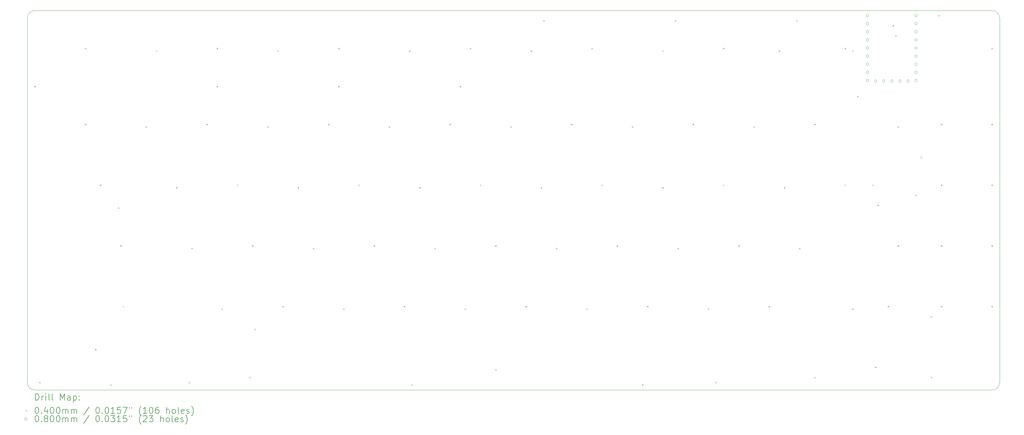
<source format=gbr>
%TF.GenerationSoftware,KiCad,Pcbnew,7.0.7*%
%TF.CreationDate,2023-10-07T20:29:30+07:00*%
%TF.ProjectId,physalis,70687973-616c-4697-932e-6b696361645f,rev?*%
%TF.SameCoordinates,Original*%
%TF.FileFunction,Drillmap*%
%TF.FilePolarity,Positive*%
%FSLAX45Y45*%
G04 Gerber Fmt 4.5, Leading zero omitted, Abs format (unit mm)*
G04 Created by KiCad (PCBNEW 7.0.7) date 2023-10-07 20:29:30*
%MOMM*%
%LPD*%
G01*
G04 APERTURE LIST*
%ADD10C,0.100000*%
%ADD11C,0.200000*%
%ADD12C,0.040000*%
%ADD13C,0.080000*%
G04 APERTURE END LIST*
D10*
X25955625Y-14287500D02*
X27384375Y-14287500D01*
X32623125Y-14287500D02*
X27384375Y-14287500D01*
X2619375Y-2381250D02*
G75*
G03*
X2381250Y-2619375I0J-238125D01*
G01*
X2381250Y-14049375D02*
G75*
G03*
X2619375Y-14287500I238125J0D01*
G01*
X32861250Y-2619375D02*
X32861250Y-14049375D01*
X25955625Y-14287500D02*
X2619375Y-14287500D01*
X32623125Y-2381250D02*
X2619375Y-2381250D01*
X2381250Y-14049375D02*
X2381250Y-2619375D01*
X32623125Y-14287500D02*
G75*
G03*
X32861250Y-14049375I-5J238130D01*
G01*
X32861250Y-2619375D02*
G75*
G03*
X32623125Y-2381250I-238130J-5D01*
G01*
D11*
D12*
X2599375Y-4742500D02*
X2639375Y-4782500D01*
X2639375Y-4742500D02*
X2599375Y-4782500D01*
X2758125Y-14029375D02*
X2798125Y-14069375D01*
X2798125Y-14029375D02*
X2758125Y-14069375D01*
X4186875Y-3551875D02*
X4226875Y-3591875D01*
X4226875Y-3551875D02*
X4186875Y-3591875D01*
X4186875Y-5933125D02*
X4226875Y-5973125D01*
X4226875Y-5933125D02*
X4186875Y-5973125D01*
X4504375Y-12997500D02*
X4544375Y-13037500D01*
X4544375Y-12997500D02*
X4504375Y-13037500D01*
X4663125Y-7838125D02*
X4703125Y-7878125D01*
X4703125Y-7838125D02*
X4663125Y-7878125D01*
X4980625Y-14108750D02*
X5020625Y-14148750D01*
X5020625Y-14108750D02*
X4980625Y-14148750D01*
X5218750Y-8552500D02*
X5258750Y-8592500D01*
X5258750Y-8552500D02*
X5218750Y-8592500D01*
X5298125Y-9743125D02*
X5338125Y-9783125D01*
X5338125Y-9743125D02*
X5298125Y-9783125D01*
X5377500Y-11648125D02*
X5417500Y-11688125D01*
X5417500Y-11648125D02*
X5377500Y-11688125D01*
X6091875Y-6012500D02*
X6131875Y-6052500D01*
X6131875Y-6012500D02*
X6091875Y-6052500D01*
X6409375Y-3631250D02*
X6449375Y-3671250D01*
X6449375Y-3631250D02*
X6409375Y-3671250D01*
X7044375Y-7917500D02*
X7084375Y-7957500D01*
X7084375Y-7917500D02*
X7044375Y-7957500D01*
X7441250Y-14029375D02*
X7481250Y-14069375D01*
X7481250Y-14029375D02*
X7441250Y-14069375D01*
X7520625Y-9822500D02*
X7560625Y-9862500D01*
X7560625Y-9822500D02*
X7520625Y-9862500D01*
X7996875Y-5933125D02*
X8036875Y-5973125D01*
X8036875Y-5933125D02*
X7996875Y-5973125D01*
X8314375Y-3551875D02*
X8354375Y-3591875D01*
X8354375Y-3551875D02*
X8314375Y-3591875D01*
X8314375Y-4742500D02*
X8354375Y-4782500D01*
X8354375Y-4742500D02*
X8314375Y-4782500D01*
X8473125Y-11727500D02*
X8513125Y-11767500D01*
X8513125Y-11727500D02*
X8473125Y-11767500D01*
X8949375Y-7838125D02*
X8989375Y-7878125D01*
X8989375Y-7838125D02*
X8949375Y-7878125D01*
X9346250Y-13870625D02*
X9386250Y-13910625D01*
X9386250Y-13870625D02*
X9346250Y-13910625D01*
X9425625Y-9743125D02*
X9465625Y-9783125D01*
X9465625Y-9743125D02*
X9425625Y-9783125D01*
X9505000Y-12362500D02*
X9545000Y-12402500D01*
X9545000Y-12362500D02*
X9505000Y-12402500D01*
X9901875Y-6012500D02*
X9941875Y-6052500D01*
X9941875Y-6012500D02*
X9901875Y-6052500D01*
X10219375Y-3631250D02*
X10259375Y-3671250D01*
X10259375Y-3631250D02*
X10219375Y-3671250D01*
X10378125Y-11648125D02*
X10418125Y-11688125D01*
X10418125Y-11648125D02*
X10378125Y-11688125D01*
X10854375Y-7917500D02*
X10894375Y-7957500D01*
X10894375Y-7917500D02*
X10854375Y-7957500D01*
X11330625Y-9822500D02*
X11370625Y-9862500D01*
X11370625Y-9822500D02*
X11330625Y-9862500D01*
X11806875Y-5933125D02*
X11846875Y-5973125D01*
X11846875Y-5933125D02*
X11806875Y-5973125D01*
X12124375Y-3551875D02*
X12164375Y-3591875D01*
X12164375Y-3551875D02*
X12124375Y-3591875D01*
X12124375Y-4742500D02*
X12164375Y-4782500D01*
X12164375Y-4742500D02*
X12124375Y-4782500D01*
X12283125Y-11727500D02*
X12323125Y-11767500D01*
X12323125Y-11727500D02*
X12283125Y-11767500D01*
X12759375Y-7838125D02*
X12799375Y-7878125D01*
X12799375Y-7838125D02*
X12759375Y-7878125D01*
X13235625Y-9743125D02*
X13275625Y-9783125D01*
X13275625Y-9743125D02*
X13235625Y-9783125D01*
X13711875Y-6012500D02*
X13751875Y-6052500D01*
X13751875Y-6012500D02*
X13711875Y-6052500D01*
X14188125Y-11648125D02*
X14228125Y-11688125D01*
X14228125Y-11648125D02*
X14188125Y-11688125D01*
X14346875Y-3631250D02*
X14386875Y-3671250D01*
X14386875Y-3631250D02*
X14346875Y-3671250D01*
X14426250Y-14108750D02*
X14466250Y-14148750D01*
X14466250Y-14108750D02*
X14426250Y-14148750D01*
X14664375Y-7917500D02*
X14704375Y-7957500D01*
X14704375Y-7917500D02*
X14664375Y-7957500D01*
X15140625Y-9822500D02*
X15180625Y-9862500D01*
X15180625Y-9822500D02*
X15140625Y-9862500D01*
X15616875Y-5933125D02*
X15656875Y-5973125D01*
X15656875Y-5933125D02*
X15616875Y-5973125D01*
X15934375Y-4742500D02*
X15974375Y-4782500D01*
X15974375Y-4742500D02*
X15934375Y-4782500D01*
X16093125Y-11727500D02*
X16133125Y-11767500D01*
X16133125Y-11727500D02*
X16093125Y-11767500D01*
X16251875Y-3551875D02*
X16291875Y-3591875D01*
X16291875Y-3551875D02*
X16251875Y-3591875D01*
X16569375Y-7838125D02*
X16609375Y-7878125D01*
X16609375Y-7838125D02*
X16569375Y-7878125D01*
X17045625Y-9743125D02*
X17085625Y-9783125D01*
X17085625Y-9743125D02*
X17045625Y-9783125D01*
X17045625Y-13632500D02*
X17085625Y-13672500D01*
X17085625Y-13632500D02*
X17045625Y-13672500D01*
X17521875Y-6012500D02*
X17561875Y-6052500D01*
X17561875Y-6012500D02*
X17521875Y-6052500D01*
X17998125Y-11648125D02*
X18038125Y-11688125D01*
X18038125Y-11648125D02*
X17998125Y-11688125D01*
X18156875Y-3631250D02*
X18196875Y-3671250D01*
X18196875Y-3631250D02*
X18156875Y-3671250D01*
X18474375Y-7917500D02*
X18514375Y-7957500D01*
X18514375Y-7917500D02*
X18474375Y-7957500D01*
X18553750Y-2678750D02*
X18593750Y-2718750D01*
X18593750Y-2678750D02*
X18553750Y-2718750D01*
X18950625Y-9822500D02*
X18990625Y-9862500D01*
X18990625Y-9822500D02*
X18950625Y-9862500D01*
X19426875Y-5933125D02*
X19466875Y-5973125D01*
X19466875Y-5933125D02*
X19426875Y-5973125D01*
X19903125Y-11727500D02*
X19943125Y-11767500D01*
X19943125Y-11727500D02*
X19903125Y-11767500D01*
X20061875Y-3551875D02*
X20101875Y-3591875D01*
X20101875Y-3551875D02*
X20061875Y-3591875D01*
X20379375Y-7838125D02*
X20419375Y-7878125D01*
X20419375Y-7838125D02*
X20379375Y-7878125D01*
X20855625Y-9743125D02*
X20895625Y-9783125D01*
X20895625Y-9743125D02*
X20855625Y-9783125D01*
X21331875Y-6012500D02*
X21371875Y-6052500D01*
X21371875Y-6012500D02*
X21331875Y-6052500D01*
X21649375Y-14108750D02*
X21689375Y-14148750D01*
X21689375Y-14108750D02*
X21649375Y-14148750D01*
X21808125Y-11648125D02*
X21848125Y-11688125D01*
X21848125Y-11648125D02*
X21808125Y-11688125D01*
X22284375Y-3631250D02*
X22324375Y-3671250D01*
X22324375Y-3631250D02*
X22284375Y-3671250D01*
X22284375Y-7917500D02*
X22324375Y-7957500D01*
X22324375Y-7917500D02*
X22284375Y-7957500D01*
X22681250Y-2678750D02*
X22721250Y-2718750D01*
X22721250Y-2678750D02*
X22681250Y-2718750D01*
X22760625Y-9822500D02*
X22800625Y-9862500D01*
X22800625Y-9822500D02*
X22760625Y-9862500D01*
X23236875Y-5933125D02*
X23276875Y-5973125D01*
X23276875Y-5933125D02*
X23236875Y-5973125D01*
X23713125Y-11727500D02*
X23753125Y-11767500D01*
X23753125Y-11727500D02*
X23713125Y-11767500D01*
X23951250Y-14029375D02*
X23991250Y-14069375D01*
X23991250Y-14029375D02*
X23951250Y-14069375D01*
X24189375Y-3551875D02*
X24229375Y-3591875D01*
X24229375Y-3551875D02*
X24189375Y-3591875D01*
X24189375Y-7838125D02*
X24229375Y-7878125D01*
X24229375Y-7838125D02*
X24189375Y-7878125D01*
X24665625Y-9743125D02*
X24705625Y-9783125D01*
X24705625Y-9743125D02*
X24665625Y-9783125D01*
X25141875Y-6012500D02*
X25181875Y-6052500D01*
X25181875Y-6012500D02*
X25141875Y-6052500D01*
X25618125Y-11648125D02*
X25658125Y-11688125D01*
X25658125Y-11648125D02*
X25618125Y-11688125D01*
X25935625Y-3631250D02*
X25975625Y-3671250D01*
X25975625Y-3631250D02*
X25935625Y-3671250D01*
X26094375Y-7917500D02*
X26134375Y-7957500D01*
X26134375Y-7917500D02*
X26094375Y-7957500D01*
X26491250Y-2678750D02*
X26531250Y-2718750D01*
X26531250Y-2678750D02*
X26491250Y-2718750D01*
X26570625Y-9822500D02*
X26610625Y-9862500D01*
X26610625Y-9822500D02*
X26570625Y-9862500D01*
X27046875Y-5933125D02*
X27086875Y-5973125D01*
X27086875Y-5933125D02*
X27046875Y-5973125D01*
X27046875Y-13870625D02*
X27086875Y-13910625D01*
X27086875Y-13870625D02*
X27046875Y-13910625D01*
X27999375Y-3551875D02*
X28039375Y-3591875D01*
X28039375Y-3551875D02*
X27999375Y-3591875D01*
X27999375Y-7838125D02*
X28039375Y-7878125D01*
X28039375Y-7838125D02*
X27999375Y-7878125D01*
X28237500Y-3631250D02*
X28277500Y-3671250D01*
X28277500Y-3631250D02*
X28237500Y-3671250D01*
X28237500Y-11727500D02*
X28277500Y-11767500D01*
X28277500Y-11727500D02*
X28237500Y-11767500D01*
X28396250Y-5060000D02*
X28436250Y-5100000D01*
X28436250Y-5060000D02*
X28396250Y-5100000D01*
X28872500Y-7838125D02*
X28912500Y-7878125D01*
X28912500Y-7838125D02*
X28872500Y-7878125D01*
X28951875Y-13553125D02*
X28991875Y-13593125D01*
X28991875Y-13553125D02*
X28951875Y-13593125D01*
X29031250Y-8473125D02*
X29071250Y-8513125D01*
X29071250Y-8473125D02*
X29031250Y-8513125D01*
X29348750Y-11648125D02*
X29388750Y-11688125D01*
X29388750Y-11648125D02*
X29348750Y-11688125D01*
X29507500Y-2837500D02*
X29547500Y-2877500D01*
X29547500Y-2837500D02*
X29507500Y-2877500D01*
X29586875Y-3155000D02*
X29626875Y-3195000D01*
X29626875Y-3155000D02*
X29586875Y-3195000D01*
X29666250Y-6012500D02*
X29706250Y-6052500D01*
X29706250Y-6012500D02*
X29666250Y-6052500D01*
X29666250Y-9743125D02*
X29706250Y-9783125D01*
X29706250Y-9743125D02*
X29666250Y-9783125D01*
X30221875Y-8155625D02*
X30261875Y-8195625D01*
X30261875Y-8155625D02*
X30221875Y-8195625D01*
X30380625Y-6965000D02*
X30420625Y-7005000D01*
X30420625Y-6965000D02*
X30380625Y-7005000D01*
X30698125Y-11965625D02*
X30738125Y-12005625D01*
X30738125Y-11965625D02*
X30698125Y-12005625D01*
X30698125Y-13870625D02*
X30738125Y-13910625D01*
X30738125Y-13870625D02*
X30698125Y-13910625D01*
X30936250Y-2520000D02*
X30976250Y-2560000D01*
X30976250Y-2520000D02*
X30936250Y-2560000D01*
X31015625Y-5933125D02*
X31055625Y-5973125D01*
X31055625Y-5933125D02*
X31015625Y-5973125D01*
X31015625Y-7838125D02*
X31055625Y-7878125D01*
X31055625Y-7838125D02*
X31015625Y-7878125D01*
X31015625Y-9743125D02*
X31055625Y-9783125D01*
X31055625Y-9743125D02*
X31015625Y-9783125D01*
X31015625Y-11648125D02*
X31055625Y-11688125D01*
X31055625Y-11648125D02*
X31015625Y-11688125D01*
X32603125Y-3551875D02*
X32643125Y-3591875D01*
X32643125Y-3551875D02*
X32603125Y-3591875D01*
X32603125Y-5933125D02*
X32643125Y-5973125D01*
X32643125Y-5933125D02*
X32603125Y-5973125D01*
X32603125Y-7838125D02*
X32643125Y-7878125D01*
X32643125Y-7838125D02*
X32603125Y-7878125D01*
X32603125Y-9743125D02*
X32643125Y-9783125D01*
X32643125Y-9743125D02*
X32603125Y-9783125D01*
X32603125Y-11648125D02*
X32643125Y-11688125D01*
X32643125Y-11648125D02*
X32603125Y-11688125D01*
D13*
X28757875Y-2540000D02*
G75*
G03*
X28757875Y-2540000I-40000J0D01*
G01*
X28757875Y-2794000D02*
G75*
G03*
X28757875Y-2794000I-40000J0D01*
G01*
X28757875Y-3048000D02*
G75*
G03*
X28757875Y-3048000I-40000J0D01*
G01*
X28757875Y-3302000D02*
G75*
G03*
X28757875Y-3302000I-40000J0D01*
G01*
X28757875Y-3556000D02*
G75*
G03*
X28757875Y-3556000I-40000J0D01*
G01*
X28757875Y-3810000D02*
G75*
G03*
X28757875Y-3810000I-40000J0D01*
G01*
X28757875Y-4064000D02*
G75*
G03*
X28757875Y-4064000I-40000J0D01*
G01*
X28757875Y-4318000D02*
G75*
G03*
X28757875Y-4318000I-40000J0D01*
G01*
X28757875Y-4572000D02*
G75*
G03*
X28757875Y-4572000I-40000J0D01*
G01*
X29011875Y-4593000D02*
G75*
G03*
X29011875Y-4593000I-40000J0D01*
G01*
X29265875Y-4593000D02*
G75*
G03*
X29265875Y-4593000I-40000J0D01*
G01*
X29519875Y-4593000D02*
G75*
G03*
X29519875Y-4593000I-40000J0D01*
G01*
X29773875Y-4593000D02*
G75*
G03*
X29773875Y-4593000I-40000J0D01*
G01*
X30027875Y-4593000D02*
G75*
G03*
X30027875Y-4593000I-40000J0D01*
G01*
X30281875Y-2540000D02*
G75*
G03*
X30281875Y-2540000I-40000J0D01*
G01*
X30281875Y-2794000D02*
G75*
G03*
X30281875Y-2794000I-40000J0D01*
G01*
X30281875Y-3048000D02*
G75*
G03*
X30281875Y-3048000I-40000J0D01*
G01*
X30281875Y-3302000D02*
G75*
G03*
X30281875Y-3302000I-40000J0D01*
G01*
X30281875Y-3556000D02*
G75*
G03*
X30281875Y-3556000I-40000J0D01*
G01*
X30281875Y-3810000D02*
G75*
G03*
X30281875Y-3810000I-40000J0D01*
G01*
X30281875Y-4064000D02*
G75*
G03*
X30281875Y-4064000I-40000J0D01*
G01*
X30281875Y-4318000D02*
G75*
G03*
X30281875Y-4318000I-40000J0D01*
G01*
X30281875Y-4572000D02*
G75*
G03*
X30281875Y-4572000I-40000J0D01*
G01*
D11*
X2637027Y-14603984D02*
X2637027Y-14403984D01*
X2637027Y-14403984D02*
X2684646Y-14403984D01*
X2684646Y-14403984D02*
X2713217Y-14413508D01*
X2713217Y-14413508D02*
X2732265Y-14432555D01*
X2732265Y-14432555D02*
X2741789Y-14451603D01*
X2741789Y-14451603D02*
X2751313Y-14489698D01*
X2751313Y-14489698D02*
X2751313Y-14518269D01*
X2751313Y-14518269D02*
X2741789Y-14556365D01*
X2741789Y-14556365D02*
X2732265Y-14575412D01*
X2732265Y-14575412D02*
X2713217Y-14594460D01*
X2713217Y-14594460D02*
X2684646Y-14603984D01*
X2684646Y-14603984D02*
X2637027Y-14603984D01*
X2837027Y-14603984D02*
X2837027Y-14470650D01*
X2837027Y-14508746D02*
X2846551Y-14489698D01*
X2846551Y-14489698D02*
X2856074Y-14480174D01*
X2856074Y-14480174D02*
X2875122Y-14470650D01*
X2875122Y-14470650D02*
X2894170Y-14470650D01*
X2960836Y-14603984D02*
X2960836Y-14470650D01*
X2960836Y-14403984D02*
X2951312Y-14413508D01*
X2951312Y-14413508D02*
X2960836Y-14423031D01*
X2960836Y-14423031D02*
X2970360Y-14413508D01*
X2970360Y-14413508D02*
X2960836Y-14403984D01*
X2960836Y-14403984D02*
X2960836Y-14423031D01*
X3084646Y-14603984D02*
X3065598Y-14594460D01*
X3065598Y-14594460D02*
X3056074Y-14575412D01*
X3056074Y-14575412D02*
X3056074Y-14403984D01*
X3189408Y-14603984D02*
X3170360Y-14594460D01*
X3170360Y-14594460D02*
X3160836Y-14575412D01*
X3160836Y-14575412D02*
X3160836Y-14403984D01*
X3417979Y-14603984D02*
X3417979Y-14403984D01*
X3417979Y-14403984D02*
X3484646Y-14546841D01*
X3484646Y-14546841D02*
X3551312Y-14403984D01*
X3551312Y-14403984D02*
X3551312Y-14603984D01*
X3732265Y-14603984D02*
X3732265Y-14499222D01*
X3732265Y-14499222D02*
X3722741Y-14480174D01*
X3722741Y-14480174D02*
X3703693Y-14470650D01*
X3703693Y-14470650D02*
X3665598Y-14470650D01*
X3665598Y-14470650D02*
X3646551Y-14480174D01*
X3732265Y-14594460D02*
X3713217Y-14603984D01*
X3713217Y-14603984D02*
X3665598Y-14603984D01*
X3665598Y-14603984D02*
X3646551Y-14594460D01*
X3646551Y-14594460D02*
X3637027Y-14575412D01*
X3637027Y-14575412D02*
X3637027Y-14556365D01*
X3637027Y-14556365D02*
X3646551Y-14537317D01*
X3646551Y-14537317D02*
X3665598Y-14527793D01*
X3665598Y-14527793D02*
X3713217Y-14527793D01*
X3713217Y-14527793D02*
X3732265Y-14518269D01*
X3827503Y-14470650D02*
X3827503Y-14670650D01*
X3827503Y-14480174D02*
X3846551Y-14470650D01*
X3846551Y-14470650D02*
X3884646Y-14470650D01*
X3884646Y-14470650D02*
X3903693Y-14480174D01*
X3903693Y-14480174D02*
X3913217Y-14489698D01*
X3913217Y-14489698D02*
X3922741Y-14508746D01*
X3922741Y-14508746D02*
X3922741Y-14565888D01*
X3922741Y-14565888D02*
X3913217Y-14584936D01*
X3913217Y-14584936D02*
X3903693Y-14594460D01*
X3903693Y-14594460D02*
X3884646Y-14603984D01*
X3884646Y-14603984D02*
X3846551Y-14603984D01*
X3846551Y-14603984D02*
X3827503Y-14594460D01*
X4008455Y-14584936D02*
X4017979Y-14594460D01*
X4017979Y-14594460D02*
X4008455Y-14603984D01*
X4008455Y-14603984D02*
X3998932Y-14594460D01*
X3998932Y-14594460D02*
X4008455Y-14584936D01*
X4008455Y-14584936D02*
X4008455Y-14603984D01*
X4008455Y-14480174D02*
X4017979Y-14489698D01*
X4017979Y-14489698D02*
X4008455Y-14499222D01*
X4008455Y-14499222D02*
X3998932Y-14489698D01*
X3998932Y-14489698D02*
X4008455Y-14480174D01*
X4008455Y-14480174D02*
X4008455Y-14499222D01*
D12*
X2336250Y-14912500D02*
X2376250Y-14952500D01*
X2376250Y-14912500D02*
X2336250Y-14952500D01*
D11*
X2675122Y-14823984D02*
X2694170Y-14823984D01*
X2694170Y-14823984D02*
X2713217Y-14833508D01*
X2713217Y-14833508D02*
X2722741Y-14843031D01*
X2722741Y-14843031D02*
X2732265Y-14862079D01*
X2732265Y-14862079D02*
X2741789Y-14900174D01*
X2741789Y-14900174D02*
X2741789Y-14947793D01*
X2741789Y-14947793D02*
X2732265Y-14985888D01*
X2732265Y-14985888D02*
X2722741Y-15004936D01*
X2722741Y-15004936D02*
X2713217Y-15014460D01*
X2713217Y-15014460D02*
X2694170Y-15023984D01*
X2694170Y-15023984D02*
X2675122Y-15023984D01*
X2675122Y-15023984D02*
X2656074Y-15014460D01*
X2656074Y-15014460D02*
X2646551Y-15004936D01*
X2646551Y-15004936D02*
X2637027Y-14985888D01*
X2637027Y-14985888D02*
X2627503Y-14947793D01*
X2627503Y-14947793D02*
X2627503Y-14900174D01*
X2627503Y-14900174D02*
X2637027Y-14862079D01*
X2637027Y-14862079D02*
X2646551Y-14843031D01*
X2646551Y-14843031D02*
X2656074Y-14833508D01*
X2656074Y-14833508D02*
X2675122Y-14823984D01*
X2827503Y-15004936D02*
X2837027Y-15014460D01*
X2837027Y-15014460D02*
X2827503Y-15023984D01*
X2827503Y-15023984D02*
X2817979Y-15014460D01*
X2817979Y-15014460D02*
X2827503Y-15004936D01*
X2827503Y-15004936D02*
X2827503Y-15023984D01*
X3008455Y-14890650D02*
X3008455Y-15023984D01*
X2960836Y-14814460D02*
X2913217Y-14957317D01*
X2913217Y-14957317D02*
X3037027Y-14957317D01*
X3151312Y-14823984D02*
X3170360Y-14823984D01*
X3170360Y-14823984D02*
X3189408Y-14833508D01*
X3189408Y-14833508D02*
X3198932Y-14843031D01*
X3198932Y-14843031D02*
X3208455Y-14862079D01*
X3208455Y-14862079D02*
X3217979Y-14900174D01*
X3217979Y-14900174D02*
X3217979Y-14947793D01*
X3217979Y-14947793D02*
X3208455Y-14985888D01*
X3208455Y-14985888D02*
X3198932Y-15004936D01*
X3198932Y-15004936D02*
X3189408Y-15014460D01*
X3189408Y-15014460D02*
X3170360Y-15023984D01*
X3170360Y-15023984D02*
X3151312Y-15023984D01*
X3151312Y-15023984D02*
X3132265Y-15014460D01*
X3132265Y-15014460D02*
X3122741Y-15004936D01*
X3122741Y-15004936D02*
X3113217Y-14985888D01*
X3113217Y-14985888D02*
X3103693Y-14947793D01*
X3103693Y-14947793D02*
X3103693Y-14900174D01*
X3103693Y-14900174D02*
X3113217Y-14862079D01*
X3113217Y-14862079D02*
X3122741Y-14843031D01*
X3122741Y-14843031D02*
X3132265Y-14833508D01*
X3132265Y-14833508D02*
X3151312Y-14823984D01*
X3341789Y-14823984D02*
X3360836Y-14823984D01*
X3360836Y-14823984D02*
X3379884Y-14833508D01*
X3379884Y-14833508D02*
X3389408Y-14843031D01*
X3389408Y-14843031D02*
X3398932Y-14862079D01*
X3398932Y-14862079D02*
X3408455Y-14900174D01*
X3408455Y-14900174D02*
X3408455Y-14947793D01*
X3408455Y-14947793D02*
X3398932Y-14985888D01*
X3398932Y-14985888D02*
X3389408Y-15004936D01*
X3389408Y-15004936D02*
X3379884Y-15014460D01*
X3379884Y-15014460D02*
X3360836Y-15023984D01*
X3360836Y-15023984D02*
X3341789Y-15023984D01*
X3341789Y-15023984D02*
X3322741Y-15014460D01*
X3322741Y-15014460D02*
X3313217Y-15004936D01*
X3313217Y-15004936D02*
X3303693Y-14985888D01*
X3303693Y-14985888D02*
X3294170Y-14947793D01*
X3294170Y-14947793D02*
X3294170Y-14900174D01*
X3294170Y-14900174D02*
X3303693Y-14862079D01*
X3303693Y-14862079D02*
X3313217Y-14843031D01*
X3313217Y-14843031D02*
X3322741Y-14833508D01*
X3322741Y-14833508D02*
X3341789Y-14823984D01*
X3494170Y-15023984D02*
X3494170Y-14890650D01*
X3494170Y-14909698D02*
X3503693Y-14900174D01*
X3503693Y-14900174D02*
X3522741Y-14890650D01*
X3522741Y-14890650D02*
X3551313Y-14890650D01*
X3551313Y-14890650D02*
X3570360Y-14900174D01*
X3570360Y-14900174D02*
X3579884Y-14919222D01*
X3579884Y-14919222D02*
X3579884Y-15023984D01*
X3579884Y-14919222D02*
X3589408Y-14900174D01*
X3589408Y-14900174D02*
X3608455Y-14890650D01*
X3608455Y-14890650D02*
X3637027Y-14890650D01*
X3637027Y-14890650D02*
X3656074Y-14900174D01*
X3656074Y-14900174D02*
X3665598Y-14919222D01*
X3665598Y-14919222D02*
X3665598Y-15023984D01*
X3760836Y-15023984D02*
X3760836Y-14890650D01*
X3760836Y-14909698D02*
X3770360Y-14900174D01*
X3770360Y-14900174D02*
X3789408Y-14890650D01*
X3789408Y-14890650D02*
X3817979Y-14890650D01*
X3817979Y-14890650D02*
X3837027Y-14900174D01*
X3837027Y-14900174D02*
X3846551Y-14919222D01*
X3846551Y-14919222D02*
X3846551Y-15023984D01*
X3846551Y-14919222D02*
X3856074Y-14900174D01*
X3856074Y-14900174D02*
X3875122Y-14890650D01*
X3875122Y-14890650D02*
X3903693Y-14890650D01*
X3903693Y-14890650D02*
X3922741Y-14900174D01*
X3922741Y-14900174D02*
X3932265Y-14919222D01*
X3932265Y-14919222D02*
X3932265Y-15023984D01*
X4322741Y-14814460D02*
X4151313Y-15071603D01*
X4579884Y-14823984D02*
X4598932Y-14823984D01*
X4598932Y-14823984D02*
X4617979Y-14833508D01*
X4617979Y-14833508D02*
X4627503Y-14843031D01*
X4627503Y-14843031D02*
X4637027Y-14862079D01*
X4637027Y-14862079D02*
X4646551Y-14900174D01*
X4646551Y-14900174D02*
X4646551Y-14947793D01*
X4646551Y-14947793D02*
X4637027Y-14985888D01*
X4637027Y-14985888D02*
X4627503Y-15004936D01*
X4627503Y-15004936D02*
X4617979Y-15014460D01*
X4617979Y-15014460D02*
X4598932Y-15023984D01*
X4598932Y-15023984D02*
X4579884Y-15023984D01*
X4579884Y-15023984D02*
X4560837Y-15014460D01*
X4560837Y-15014460D02*
X4551313Y-15004936D01*
X4551313Y-15004936D02*
X4541789Y-14985888D01*
X4541789Y-14985888D02*
X4532265Y-14947793D01*
X4532265Y-14947793D02*
X4532265Y-14900174D01*
X4532265Y-14900174D02*
X4541789Y-14862079D01*
X4541789Y-14862079D02*
X4551313Y-14843031D01*
X4551313Y-14843031D02*
X4560837Y-14833508D01*
X4560837Y-14833508D02*
X4579884Y-14823984D01*
X4732265Y-15004936D02*
X4741789Y-15014460D01*
X4741789Y-15014460D02*
X4732265Y-15023984D01*
X4732265Y-15023984D02*
X4722741Y-15014460D01*
X4722741Y-15014460D02*
X4732265Y-15004936D01*
X4732265Y-15004936D02*
X4732265Y-15023984D01*
X4865598Y-14823984D02*
X4884646Y-14823984D01*
X4884646Y-14823984D02*
X4903694Y-14833508D01*
X4903694Y-14833508D02*
X4913218Y-14843031D01*
X4913218Y-14843031D02*
X4922741Y-14862079D01*
X4922741Y-14862079D02*
X4932265Y-14900174D01*
X4932265Y-14900174D02*
X4932265Y-14947793D01*
X4932265Y-14947793D02*
X4922741Y-14985888D01*
X4922741Y-14985888D02*
X4913218Y-15004936D01*
X4913218Y-15004936D02*
X4903694Y-15014460D01*
X4903694Y-15014460D02*
X4884646Y-15023984D01*
X4884646Y-15023984D02*
X4865598Y-15023984D01*
X4865598Y-15023984D02*
X4846551Y-15014460D01*
X4846551Y-15014460D02*
X4837027Y-15004936D01*
X4837027Y-15004936D02*
X4827503Y-14985888D01*
X4827503Y-14985888D02*
X4817979Y-14947793D01*
X4817979Y-14947793D02*
X4817979Y-14900174D01*
X4817979Y-14900174D02*
X4827503Y-14862079D01*
X4827503Y-14862079D02*
X4837027Y-14843031D01*
X4837027Y-14843031D02*
X4846551Y-14833508D01*
X4846551Y-14833508D02*
X4865598Y-14823984D01*
X5122741Y-15023984D02*
X5008456Y-15023984D01*
X5065598Y-15023984D02*
X5065598Y-14823984D01*
X5065598Y-14823984D02*
X5046551Y-14852555D01*
X5046551Y-14852555D02*
X5027503Y-14871603D01*
X5027503Y-14871603D02*
X5008456Y-14881127D01*
X5303694Y-14823984D02*
X5208456Y-14823984D01*
X5208456Y-14823984D02*
X5198932Y-14919222D01*
X5198932Y-14919222D02*
X5208456Y-14909698D01*
X5208456Y-14909698D02*
X5227503Y-14900174D01*
X5227503Y-14900174D02*
X5275122Y-14900174D01*
X5275122Y-14900174D02*
X5294170Y-14909698D01*
X5294170Y-14909698D02*
X5303694Y-14919222D01*
X5303694Y-14919222D02*
X5313218Y-14938269D01*
X5313218Y-14938269D02*
X5313218Y-14985888D01*
X5313218Y-14985888D02*
X5303694Y-15004936D01*
X5303694Y-15004936D02*
X5294170Y-15014460D01*
X5294170Y-15014460D02*
X5275122Y-15023984D01*
X5275122Y-15023984D02*
X5227503Y-15023984D01*
X5227503Y-15023984D02*
X5208456Y-15014460D01*
X5208456Y-15014460D02*
X5198932Y-15004936D01*
X5379884Y-14823984D02*
X5513218Y-14823984D01*
X5513218Y-14823984D02*
X5427503Y-15023984D01*
X5579884Y-14823984D02*
X5579884Y-14862079D01*
X5656075Y-14823984D02*
X5656075Y-14862079D01*
X5951313Y-15100174D02*
X5941789Y-15090650D01*
X5941789Y-15090650D02*
X5922741Y-15062079D01*
X5922741Y-15062079D02*
X5913218Y-15043031D01*
X5913218Y-15043031D02*
X5903694Y-15014460D01*
X5903694Y-15014460D02*
X5894170Y-14966841D01*
X5894170Y-14966841D02*
X5894170Y-14928746D01*
X5894170Y-14928746D02*
X5903694Y-14881127D01*
X5903694Y-14881127D02*
X5913218Y-14852555D01*
X5913218Y-14852555D02*
X5922741Y-14833508D01*
X5922741Y-14833508D02*
X5941789Y-14804936D01*
X5941789Y-14804936D02*
X5951313Y-14795412D01*
X6132265Y-15023984D02*
X6017979Y-15023984D01*
X6075122Y-15023984D02*
X6075122Y-14823984D01*
X6075122Y-14823984D02*
X6056075Y-14852555D01*
X6056075Y-14852555D02*
X6037027Y-14871603D01*
X6037027Y-14871603D02*
X6017979Y-14881127D01*
X6256075Y-14823984D02*
X6275122Y-14823984D01*
X6275122Y-14823984D02*
X6294170Y-14833508D01*
X6294170Y-14833508D02*
X6303694Y-14843031D01*
X6303694Y-14843031D02*
X6313218Y-14862079D01*
X6313218Y-14862079D02*
X6322741Y-14900174D01*
X6322741Y-14900174D02*
X6322741Y-14947793D01*
X6322741Y-14947793D02*
X6313218Y-14985888D01*
X6313218Y-14985888D02*
X6303694Y-15004936D01*
X6303694Y-15004936D02*
X6294170Y-15014460D01*
X6294170Y-15014460D02*
X6275122Y-15023984D01*
X6275122Y-15023984D02*
X6256075Y-15023984D01*
X6256075Y-15023984D02*
X6237027Y-15014460D01*
X6237027Y-15014460D02*
X6227503Y-15004936D01*
X6227503Y-15004936D02*
X6217979Y-14985888D01*
X6217979Y-14985888D02*
X6208456Y-14947793D01*
X6208456Y-14947793D02*
X6208456Y-14900174D01*
X6208456Y-14900174D02*
X6217979Y-14862079D01*
X6217979Y-14862079D02*
X6227503Y-14843031D01*
X6227503Y-14843031D02*
X6237027Y-14833508D01*
X6237027Y-14833508D02*
X6256075Y-14823984D01*
X6494170Y-14823984D02*
X6456075Y-14823984D01*
X6456075Y-14823984D02*
X6437027Y-14833508D01*
X6437027Y-14833508D02*
X6427503Y-14843031D01*
X6427503Y-14843031D02*
X6408456Y-14871603D01*
X6408456Y-14871603D02*
X6398932Y-14909698D01*
X6398932Y-14909698D02*
X6398932Y-14985888D01*
X6398932Y-14985888D02*
X6408456Y-15004936D01*
X6408456Y-15004936D02*
X6417979Y-15014460D01*
X6417979Y-15014460D02*
X6437027Y-15023984D01*
X6437027Y-15023984D02*
X6475122Y-15023984D01*
X6475122Y-15023984D02*
X6494170Y-15014460D01*
X6494170Y-15014460D02*
X6503694Y-15004936D01*
X6503694Y-15004936D02*
X6513218Y-14985888D01*
X6513218Y-14985888D02*
X6513218Y-14938269D01*
X6513218Y-14938269D02*
X6503694Y-14919222D01*
X6503694Y-14919222D02*
X6494170Y-14909698D01*
X6494170Y-14909698D02*
X6475122Y-14900174D01*
X6475122Y-14900174D02*
X6437027Y-14900174D01*
X6437027Y-14900174D02*
X6417979Y-14909698D01*
X6417979Y-14909698D02*
X6408456Y-14919222D01*
X6408456Y-14919222D02*
X6398932Y-14938269D01*
X6751313Y-15023984D02*
X6751313Y-14823984D01*
X6837027Y-15023984D02*
X6837027Y-14919222D01*
X6837027Y-14919222D02*
X6827503Y-14900174D01*
X6827503Y-14900174D02*
X6808456Y-14890650D01*
X6808456Y-14890650D02*
X6779884Y-14890650D01*
X6779884Y-14890650D02*
X6760837Y-14900174D01*
X6760837Y-14900174D02*
X6751313Y-14909698D01*
X6960837Y-15023984D02*
X6941789Y-15014460D01*
X6941789Y-15014460D02*
X6932265Y-15004936D01*
X6932265Y-15004936D02*
X6922741Y-14985888D01*
X6922741Y-14985888D02*
X6922741Y-14928746D01*
X6922741Y-14928746D02*
X6932265Y-14909698D01*
X6932265Y-14909698D02*
X6941789Y-14900174D01*
X6941789Y-14900174D02*
X6960837Y-14890650D01*
X6960837Y-14890650D02*
X6989408Y-14890650D01*
X6989408Y-14890650D02*
X7008456Y-14900174D01*
X7008456Y-14900174D02*
X7017980Y-14909698D01*
X7017980Y-14909698D02*
X7027503Y-14928746D01*
X7027503Y-14928746D02*
X7027503Y-14985888D01*
X7027503Y-14985888D02*
X7017980Y-15004936D01*
X7017980Y-15004936D02*
X7008456Y-15014460D01*
X7008456Y-15014460D02*
X6989408Y-15023984D01*
X6989408Y-15023984D02*
X6960837Y-15023984D01*
X7141789Y-15023984D02*
X7122741Y-15014460D01*
X7122741Y-15014460D02*
X7113218Y-14995412D01*
X7113218Y-14995412D02*
X7113218Y-14823984D01*
X7294170Y-15014460D02*
X7275122Y-15023984D01*
X7275122Y-15023984D02*
X7237027Y-15023984D01*
X7237027Y-15023984D02*
X7217980Y-15014460D01*
X7217980Y-15014460D02*
X7208456Y-14995412D01*
X7208456Y-14995412D02*
X7208456Y-14919222D01*
X7208456Y-14919222D02*
X7217980Y-14900174D01*
X7217980Y-14900174D02*
X7237027Y-14890650D01*
X7237027Y-14890650D02*
X7275122Y-14890650D01*
X7275122Y-14890650D02*
X7294170Y-14900174D01*
X7294170Y-14900174D02*
X7303694Y-14919222D01*
X7303694Y-14919222D02*
X7303694Y-14938269D01*
X7303694Y-14938269D02*
X7208456Y-14957317D01*
X7379884Y-15014460D02*
X7398932Y-15023984D01*
X7398932Y-15023984D02*
X7437027Y-15023984D01*
X7437027Y-15023984D02*
X7456075Y-15014460D01*
X7456075Y-15014460D02*
X7465599Y-14995412D01*
X7465599Y-14995412D02*
X7465599Y-14985888D01*
X7465599Y-14985888D02*
X7456075Y-14966841D01*
X7456075Y-14966841D02*
X7437027Y-14957317D01*
X7437027Y-14957317D02*
X7408456Y-14957317D01*
X7408456Y-14957317D02*
X7389408Y-14947793D01*
X7389408Y-14947793D02*
X7379884Y-14928746D01*
X7379884Y-14928746D02*
X7379884Y-14919222D01*
X7379884Y-14919222D02*
X7389408Y-14900174D01*
X7389408Y-14900174D02*
X7408456Y-14890650D01*
X7408456Y-14890650D02*
X7437027Y-14890650D01*
X7437027Y-14890650D02*
X7456075Y-14900174D01*
X7532265Y-15100174D02*
X7541789Y-15090650D01*
X7541789Y-15090650D02*
X7560837Y-15062079D01*
X7560837Y-15062079D02*
X7570361Y-15043031D01*
X7570361Y-15043031D02*
X7579884Y-15014460D01*
X7579884Y-15014460D02*
X7589408Y-14966841D01*
X7589408Y-14966841D02*
X7589408Y-14928746D01*
X7589408Y-14928746D02*
X7579884Y-14881127D01*
X7579884Y-14881127D02*
X7570361Y-14852555D01*
X7570361Y-14852555D02*
X7560837Y-14833508D01*
X7560837Y-14833508D02*
X7541789Y-14804936D01*
X7541789Y-14804936D02*
X7532265Y-14795412D01*
D13*
X2376250Y-15196500D02*
G75*
G03*
X2376250Y-15196500I-40000J0D01*
G01*
D11*
X2675122Y-15087984D02*
X2694170Y-15087984D01*
X2694170Y-15087984D02*
X2713217Y-15097508D01*
X2713217Y-15097508D02*
X2722741Y-15107031D01*
X2722741Y-15107031D02*
X2732265Y-15126079D01*
X2732265Y-15126079D02*
X2741789Y-15164174D01*
X2741789Y-15164174D02*
X2741789Y-15211793D01*
X2741789Y-15211793D02*
X2732265Y-15249888D01*
X2732265Y-15249888D02*
X2722741Y-15268936D01*
X2722741Y-15268936D02*
X2713217Y-15278460D01*
X2713217Y-15278460D02*
X2694170Y-15287984D01*
X2694170Y-15287984D02*
X2675122Y-15287984D01*
X2675122Y-15287984D02*
X2656074Y-15278460D01*
X2656074Y-15278460D02*
X2646551Y-15268936D01*
X2646551Y-15268936D02*
X2637027Y-15249888D01*
X2637027Y-15249888D02*
X2627503Y-15211793D01*
X2627503Y-15211793D02*
X2627503Y-15164174D01*
X2627503Y-15164174D02*
X2637027Y-15126079D01*
X2637027Y-15126079D02*
X2646551Y-15107031D01*
X2646551Y-15107031D02*
X2656074Y-15097508D01*
X2656074Y-15097508D02*
X2675122Y-15087984D01*
X2827503Y-15268936D02*
X2837027Y-15278460D01*
X2837027Y-15278460D02*
X2827503Y-15287984D01*
X2827503Y-15287984D02*
X2817979Y-15278460D01*
X2817979Y-15278460D02*
X2827503Y-15268936D01*
X2827503Y-15268936D02*
X2827503Y-15287984D01*
X2951312Y-15173698D02*
X2932265Y-15164174D01*
X2932265Y-15164174D02*
X2922741Y-15154650D01*
X2922741Y-15154650D02*
X2913217Y-15135603D01*
X2913217Y-15135603D02*
X2913217Y-15126079D01*
X2913217Y-15126079D02*
X2922741Y-15107031D01*
X2922741Y-15107031D02*
X2932265Y-15097508D01*
X2932265Y-15097508D02*
X2951312Y-15087984D01*
X2951312Y-15087984D02*
X2989408Y-15087984D01*
X2989408Y-15087984D02*
X3008455Y-15097508D01*
X3008455Y-15097508D02*
X3017979Y-15107031D01*
X3017979Y-15107031D02*
X3027503Y-15126079D01*
X3027503Y-15126079D02*
X3027503Y-15135603D01*
X3027503Y-15135603D02*
X3017979Y-15154650D01*
X3017979Y-15154650D02*
X3008455Y-15164174D01*
X3008455Y-15164174D02*
X2989408Y-15173698D01*
X2989408Y-15173698D02*
X2951312Y-15173698D01*
X2951312Y-15173698D02*
X2932265Y-15183222D01*
X2932265Y-15183222D02*
X2922741Y-15192746D01*
X2922741Y-15192746D02*
X2913217Y-15211793D01*
X2913217Y-15211793D02*
X2913217Y-15249888D01*
X2913217Y-15249888D02*
X2922741Y-15268936D01*
X2922741Y-15268936D02*
X2932265Y-15278460D01*
X2932265Y-15278460D02*
X2951312Y-15287984D01*
X2951312Y-15287984D02*
X2989408Y-15287984D01*
X2989408Y-15287984D02*
X3008455Y-15278460D01*
X3008455Y-15278460D02*
X3017979Y-15268936D01*
X3017979Y-15268936D02*
X3027503Y-15249888D01*
X3027503Y-15249888D02*
X3027503Y-15211793D01*
X3027503Y-15211793D02*
X3017979Y-15192746D01*
X3017979Y-15192746D02*
X3008455Y-15183222D01*
X3008455Y-15183222D02*
X2989408Y-15173698D01*
X3151312Y-15087984D02*
X3170360Y-15087984D01*
X3170360Y-15087984D02*
X3189408Y-15097508D01*
X3189408Y-15097508D02*
X3198932Y-15107031D01*
X3198932Y-15107031D02*
X3208455Y-15126079D01*
X3208455Y-15126079D02*
X3217979Y-15164174D01*
X3217979Y-15164174D02*
X3217979Y-15211793D01*
X3217979Y-15211793D02*
X3208455Y-15249888D01*
X3208455Y-15249888D02*
X3198932Y-15268936D01*
X3198932Y-15268936D02*
X3189408Y-15278460D01*
X3189408Y-15278460D02*
X3170360Y-15287984D01*
X3170360Y-15287984D02*
X3151312Y-15287984D01*
X3151312Y-15287984D02*
X3132265Y-15278460D01*
X3132265Y-15278460D02*
X3122741Y-15268936D01*
X3122741Y-15268936D02*
X3113217Y-15249888D01*
X3113217Y-15249888D02*
X3103693Y-15211793D01*
X3103693Y-15211793D02*
X3103693Y-15164174D01*
X3103693Y-15164174D02*
X3113217Y-15126079D01*
X3113217Y-15126079D02*
X3122741Y-15107031D01*
X3122741Y-15107031D02*
X3132265Y-15097508D01*
X3132265Y-15097508D02*
X3151312Y-15087984D01*
X3341789Y-15087984D02*
X3360836Y-15087984D01*
X3360836Y-15087984D02*
X3379884Y-15097508D01*
X3379884Y-15097508D02*
X3389408Y-15107031D01*
X3389408Y-15107031D02*
X3398932Y-15126079D01*
X3398932Y-15126079D02*
X3408455Y-15164174D01*
X3408455Y-15164174D02*
X3408455Y-15211793D01*
X3408455Y-15211793D02*
X3398932Y-15249888D01*
X3398932Y-15249888D02*
X3389408Y-15268936D01*
X3389408Y-15268936D02*
X3379884Y-15278460D01*
X3379884Y-15278460D02*
X3360836Y-15287984D01*
X3360836Y-15287984D02*
X3341789Y-15287984D01*
X3341789Y-15287984D02*
X3322741Y-15278460D01*
X3322741Y-15278460D02*
X3313217Y-15268936D01*
X3313217Y-15268936D02*
X3303693Y-15249888D01*
X3303693Y-15249888D02*
X3294170Y-15211793D01*
X3294170Y-15211793D02*
X3294170Y-15164174D01*
X3294170Y-15164174D02*
X3303693Y-15126079D01*
X3303693Y-15126079D02*
X3313217Y-15107031D01*
X3313217Y-15107031D02*
X3322741Y-15097508D01*
X3322741Y-15097508D02*
X3341789Y-15087984D01*
X3494170Y-15287984D02*
X3494170Y-15154650D01*
X3494170Y-15173698D02*
X3503693Y-15164174D01*
X3503693Y-15164174D02*
X3522741Y-15154650D01*
X3522741Y-15154650D02*
X3551313Y-15154650D01*
X3551313Y-15154650D02*
X3570360Y-15164174D01*
X3570360Y-15164174D02*
X3579884Y-15183222D01*
X3579884Y-15183222D02*
X3579884Y-15287984D01*
X3579884Y-15183222D02*
X3589408Y-15164174D01*
X3589408Y-15164174D02*
X3608455Y-15154650D01*
X3608455Y-15154650D02*
X3637027Y-15154650D01*
X3637027Y-15154650D02*
X3656074Y-15164174D01*
X3656074Y-15164174D02*
X3665598Y-15183222D01*
X3665598Y-15183222D02*
X3665598Y-15287984D01*
X3760836Y-15287984D02*
X3760836Y-15154650D01*
X3760836Y-15173698D02*
X3770360Y-15164174D01*
X3770360Y-15164174D02*
X3789408Y-15154650D01*
X3789408Y-15154650D02*
X3817979Y-15154650D01*
X3817979Y-15154650D02*
X3837027Y-15164174D01*
X3837027Y-15164174D02*
X3846551Y-15183222D01*
X3846551Y-15183222D02*
X3846551Y-15287984D01*
X3846551Y-15183222D02*
X3856074Y-15164174D01*
X3856074Y-15164174D02*
X3875122Y-15154650D01*
X3875122Y-15154650D02*
X3903693Y-15154650D01*
X3903693Y-15154650D02*
X3922741Y-15164174D01*
X3922741Y-15164174D02*
X3932265Y-15183222D01*
X3932265Y-15183222D02*
X3932265Y-15287984D01*
X4322741Y-15078460D02*
X4151313Y-15335603D01*
X4579884Y-15087984D02*
X4598932Y-15087984D01*
X4598932Y-15087984D02*
X4617979Y-15097508D01*
X4617979Y-15097508D02*
X4627503Y-15107031D01*
X4627503Y-15107031D02*
X4637027Y-15126079D01*
X4637027Y-15126079D02*
X4646551Y-15164174D01*
X4646551Y-15164174D02*
X4646551Y-15211793D01*
X4646551Y-15211793D02*
X4637027Y-15249888D01*
X4637027Y-15249888D02*
X4627503Y-15268936D01*
X4627503Y-15268936D02*
X4617979Y-15278460D01*
X4617979Y-15278460D02*
X4598932Y-15287984D01*
X4598932Y-15287984D02*
X4579884Y-15287984D01*
X4579884Y-15287984D02*
X4560837Y-15278460D01*
X4560837Y-15278460D02*
X4551313Y-15268936D01*
X4551313Y-15268936D02*
X4541789Y-15249888D01*
X4541789Y-15249888D02*
X4532265Y-15211793D01*
X4532265Y-15211793D02*
X4532265Y-15164174D01*
X4532265Y-15164174D02*
X4541789Y-15126079D01*
X4541789Y-15126079D02*
X4551313Y-15107031D01*
X4551313Y-15107031D02*
X4560837Y-15097508D01*
X4560837Y-15097508D02*
X4579884Y-15087984D01*
X4732265Y-15268936D02*
X4741789Y-15278460D01*
X4741789Y-15278460D02*
X4732265Y-15287984D01*
X4732265Y-15287984D02*
X4722741Y-15278460D01*
X4722741Y-15278460D02*
X4732265Y-15268936D01*
X4732265Y-15268936D02*
X4732265Y-15287984D01*
X4865598Y-15087984D02*
X4884646Y-15087984D01*
X4884646Y-15087984D02*
X4903694Y-15097508D01*
X4903694Y-15097508D02*
X4913218Y-15107031D01*
X4913218Y-15107031D02*
X4922741Y-15126079D01*
X4922741Y-15126079D02*
X4932265Y-15164174D01*
X4932265Y-15164174D02*
X4932265Y-15211793D01*
X4932265Y-15211793D02*
X4922741Y-15249888D01*
X4922741Y-15249888D02*
X4913218Y-15268936D01*
X4913218Y-15268936D02*
X4903694Y-15278460D01*
X4903694Y-15278460D02*
X4884646Y-15287984D01*
X4884646Y-15287984D02*
X4865598Y-15287984D01*
X4865598Y-15287984D02*
X4846551Y-15278460D01*
X4846551Y-15278460D02*
X4837027Y-15268936D01*
X4837027Y-15268936D02*
X4827503Y-15249888D01*
X4827503Y-15249888D02*
X4817979Y-15211793D01*
X4817979Y-15211793D02*
X4817979Y-15164174D01*
X4817979Y-15164174D02*
X4827503Y-15126079D01*
X4827503Y-15126079D02*
X4837027Y-15107031D01*
X4837027Y-15107031D02*
X4846551Y-15097508D01*
X4846551Y-15097508D02*
X4865598Y-15087984D01*
X4998932Y-15087984D02*
X5122741Y-15087984D01*
X5122741Y-15087984D02*
X5056075Y-15164174D01*
X5056075Y-15164174D02*
X5084646Y-15164174D01*
X5084646Y-15164174D02*
X5103694Y-15173698D01*
X5103694Y-15173698D02*
X5113218Y-15183222D01*
X5113218Y-15183222D02*
X5122741Y-15202269D01*
X5122741Y-15202269D02*
X5122741Y-15249888D01*
X5122741Y-15249888D02*
X5113218Y-15268936D01*
X5113218Y-15268936D02*
X5103694Y-15278460D01*
X5103694Y-15278460D02*
X5084646Y-15287984D01*
X5084646Y-15287984D02*
X5027503Y-15287984D01*
X5027503Y-15287984D02*
X5008456Y-15278460D01*
X5008456Y-15278460D02*
X4998932Y-15268936D01*
X5313218Y-15287984D02*
X5198932Y-15287984D01*
X5256075Y-15287984D02*
X5256075Y-15087984D01*
X5256075Y-15087984D02*
X5237027Y-15116555D01*
X5237027Y-15116555D02*
X5217979Y-15135603D01*
X5217979Y-15135603D02*
X5198932Y-15145127D01*
X5494170Y-15087984D02*
X5398932Y-15087984D01*
X5398932Y-15087984D02*
X5389408Y-15183222D01*
X5389408Y-15183222D02*
X5398932Y-15173698D01*
X5398932Y-15173698D02*
X5417979Y-15164174D01*
X5417979Y-15164174D02*
X5465599Y-15164174D01*
X5465599Y-15164174D02*
X5484646Y-15173698D01*
X5484646Y-15173698D02*
X5494170Y-15183222D01*
X5494170Y-15183222D02*
X5503694Y-15202269D01*
X5503694Y-15202269D02*
X5503694Y-15249888D01*
X5503694Y-15249888D02*
X5494170Y-15268936D01*
X5494170Y-15268936D02*
X5484646Y-15278460D01*
X5484646Y-15278460D02*
X5465599Y-15287984D01*
X5465599Y-15287984D02*
X5417979Y-15287984D01*
X5417979Y-15287984D02*
X5398932Y-15278460D01*
X5398932Y-15278460D02*
X5389408Y-15268936D01*
X5579884Y-15087984D02*
X5579884Y-15126079D01*
X5656075Y-15087984D02*
X5656075Y-15126079D01*
X5951313Y-15364174D02*
X5941789Y-15354650D01*
X5941789Y-15354650D02*
X5922741Y-15326079D01*
X5922741Y-15326079D02*
X5913218Y-15307031D01*
X5913218Y-15307031D02*
X5903694Y-15278460D01*
X5903694Y-15278460D02*
X5894170Y-15230841D01*
X5894170Y-15230841D02*
X5894170Y-15192746D01*
X5894170Y-15192746D02*
X5903694Y-15145127D01*
X5903694Y-15145127D02*
X5913218Y-15116555D01*
X5913218Y-15116555D02*
X5922741Y-15097508D01*
X5922741Y-15097508D02*
X5941789Y-15068936D01*
X5941789Y-15068936D02*
X5951313Y-15059412D01*
X6017979Y-15107031D02*
X6027503Y-15097508D01*
X6027503Y-15097508D02*
X6046551Y-15087984D01*
X6046551Y-15087984D02*
X6094170Y-15087984D01*
X6094170Y-15087984D02*
X6113218Y-15097508D01*
X6113218Y-15097508D02*
X6122741Y-15107031D01*
X6122741Y-15107031D02*
X6132265Y-15126079D01*
X6132265Y-15126079D02*
X6132265Y-15145127D01*
X6132265Y-15145127D02*
X6122741Y-15173698D01*
X6122741Y-15173698D02*
X6008456Y-15287984D01*
X6008456Y-15287984D02*
X6132265Y-15287984D01*
X6198932Y-15087984D02*
X6322741Y-15087984D01*
X6322741Y-15087984D02*
X6256075Y-15164174D01*
X6256075Y-15164174D02*
X6284646Y-15164174D01*
X6284646Y-15164174D02*
X6303694Y-15173698D01*
X6303694Y-15173698D02*
X6313218Y-15183222D01*
X6313218Y-15183222D02*
X6322741Y-15202269D01*
X6322741Y-15202269D02*
X6322741Y-15249888D01*
X6322741Y-15249888D02*
X6313218Y-15268936D01*
X6313218Y-15268936D02*
X6303694Y-15278460D01*
X6303694Y-15278460D02*
X6284646Y-15287984D01*
X6284646Y-15287984D02*
X6227503Y-15287984D01*
X6227503Y-15287984D02*
X6208456Y-15278460D01*
X6208456Y-15278460D02*
X6198932Y-15268936D01*
X6560837Y-15287984D02*
X6560837Y-15087984D01*
X6646551Y-15287984D02*
X6646551Y-15183222D01*
X6646551Y-15183222D02*
X6637027Y-15164174D01*
X6637027Y-15164174D02*
X6617980Y-15154650D01*
X6617980Y-15154650D02*
X6589408Y-15154650D01*
X6589408Y-15154650D02*
X6570360Y-15164174D01*
X6570360Y-15164174D02*
X6560837Y-15173698D01*
X6770360Y-15287984D02*
X6751313Y-15278460D01*
X6751313Y-15278460D02*
X6741789Y-15268936D01*
X6741789Y-15268936D02*
X6732265Y-15249888D01*
X6732265Y-15249888D02*
X6732265Y-15192746D01*
X6732265Y-15192746D02*
X6741789Y-15173698D01*
X6741789Y-15173698D02*
X6751313Y-15164174D01*
X6751313Y-15164174D02*
X6770360Y-15154650D01*
X6770360Y-15154650D02*
X6798932Y-15154650D01*
X6798932Y-15154650D02*
X6817980Y-15164174D01*
X6817980Y-15164174D02*
X6827503Y-15173698D01*
X6827503Y-15173698D02*
X6837027Y-15192746D01*
X6837027Y-15192746D02*
X6837027Y-15249888D01*
X6837027Y-15249888D02*
X6827503Y-15268936D01*
X6827503Y-15268936D02*
X6817980Y-15278460D01*
X6817980Y-15278460D02*
X6798932Y-15287984D01*
X6798932Y-15287984D02*
X6770360Y-15287984D01*
X6951313Y-15287984D02*
X6932265Y-15278460D01*
X6932265Y-15278460D02*
X6922741Y-15259412D01*
X6922741Y-15259412D02*
X6922741Y-15087984D01*
X7103694Y-15278460D02*
X7084646Y-15287984D01*
X7084646Y-15287984D02*
X7046551Y-15287984D01*
X7046551Y-15287984D02*
X7027503Y-15278460D01*
X7027503Y-15278460D02*
X7017980Y-15259412D01*
X7017980Y-15259412D02*
X7017980Y-15183222D01*
X7017980Y-15183222D02*
X7027503Y-15164174D01*
X7027503Y-15164174D02*
X7046551Y-15154650D01*
X7046551Y-15154650D02*
X7084646Y-15154650D01*
X7084646Y-15154650D02*
X7103694Y-15164174D01*
X7103694Y-15164174D02*
X7113218Y-15183222D01*
X7113218Y-15183222D02*
X7113218Y-15202269D01*
X7113218Y-15202269D02*
X7017980Y-15221317D01*
X7189408Y-15278460D02*
X7208456Y-15287984D01*
X7208456Y-15287984D02*
X7246551Y-15287984D01*
X7246551Y-15287984D02*
X7265599Y-15278460D01*
X7265599Y-15278460D02*
X7275122Y-15259412D01*
X7275122Y-15259412D02*
X7275122Y-15249888D01*
X7275122Y-15249888D02*
X7265599Y-15230841D01*
X7265599Y-15230841D02*
X7246551Y-15221317D01*
X7246551Y-15221317D02*
X7217980Y-15221317D01*
X7217980Y-15221317D02*
X7198932Y-15211793D01*
X7198932Y-15211793D02*
X7189408Y-15192746D01*
X7189408Y-15192746D02*
X7189408Y-15183222D01*
X7189408Y-15183222D02*
X7198932Y-15164174D01*
X7198932Y-15164174D02*
X7217980Y-15154650D01*
X7217980Y-15154650D02*
X7246551Y-15154650D01*
X7246551Y-15154650D02*
X7265599Y-15164174D01*
X7341789Y-15364174D02*
X7351313Y-15354650D01*
X7351313Y-15354650D02*
X7370361Y-15326079D01*
X7370361Y-15326079D02*
X7379884Y-15307031D01*
X7379884Y-15307031D02*
X7389408Y-15278460D01*
X7389408Y-15278460D02*
X7398932Y-15230841D01*
X7398932Y-15230841D02*
X7398932Y-15192746D01*
X7398932Y-15192746D02*
X7389408Y-15145127D01*
X7389408Y-15145127D02*
X7379884Y-15116555D01*
X7379884Y-15116555D02*
X7370361Y-15097508D01*
X7370361Y-15097508D02*
X7351313Y-15068936D01*
X7351313Y-15068936D02*
X7341789Y-15059412D01*
M02*

</source>
